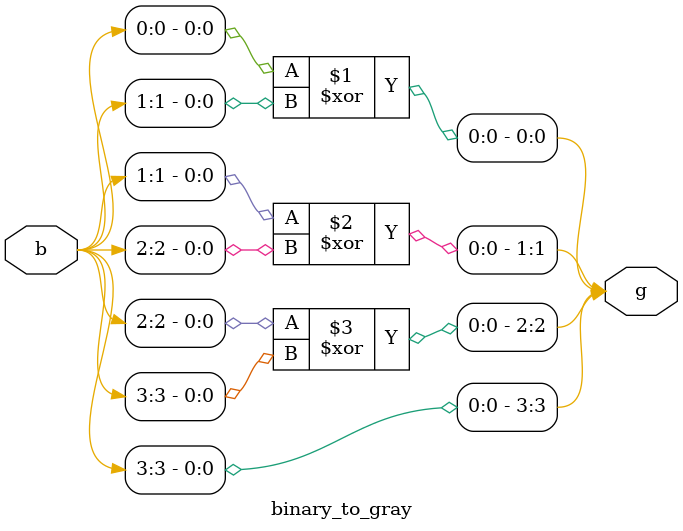
<source format=v>
module binary_to_gray(b,g);

input [3:0]b;
output [3:0]g;
assign g[3]=b[3];

generate 
genvar i;
for(i=0;i<3;i=i+1)
assign g[i]=b[i]^b[i+1];
endgenerate

endmodule

</source>
